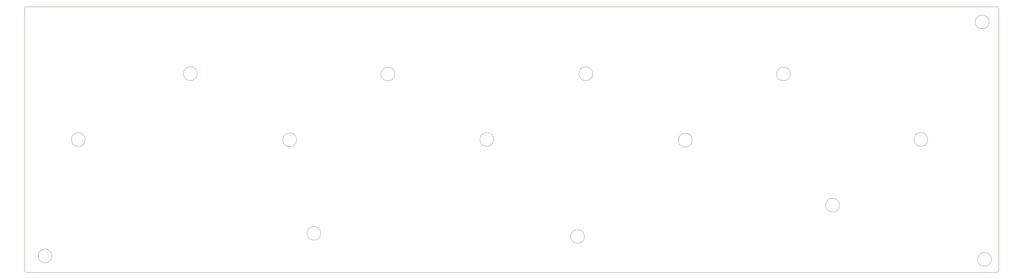
<source format=gbr>
%TF.GenerationSoftware,KiCad,Pcbnew,8.0.4*%
%TF.CreationDate,2024-10-16T20:42:44+03:00*%
%TF.ProjectId,4040,34303430-2e6b-4696-9361-645f70636258,rev?*%
%TF.SameCoordinates,Original*%
%TF.FileFunction,Profile,NP*%
%FSLAX46Y46*%
G04 Gerber Fmt 4.6, Leading zero omitted, Abs format (unit mm)*
G04 Created by KiCad (PCBNEW 8.0.4) date 2024-10-16 20:42:44*
%MOMM*%
%LPD*%
G01*
G04 APERTURE LIST*
%TA.AperFunction,Profile*%
%ADD10C,0.050000*%
%TD*%
G04 APERTURE END LIST*
D10*
X338818787Y-71696013D02*
X58361013Y-71696013D01*
X57726013Y-148056600D02*
X57726013Y-72331013D01*
X336695800Y-76142600D02*
G75*
G02*
X332695800Y-76142600I-2000000J0D01*
G01*
X332695800Y-76142600D02*
G75*
G02*
X336695800Y-76142600I2000000J0D01*
G01*
X75279000Y-110229400D02*
G75*
G02*
X71279000Y-110229400I-2000000J0D01*
G01*
X71279000Y-110229400D02*
G75*
G02*
X75279000Y-110229400I2000000J0D01*
G01*
X107696000Y-91135200D02*
G75*
G02*
X103696000Y-91135200I-2000000J0D01*
G01*
X103696000Y-91135200D02*
G75*
G02*
X107696000Y-91135200I2000000J0D01*
G01*
X58361013Y-148691600D02*
X338818787Y-148691600D01*
X57726013Y-72331013D02*
G75*
G02*
X58361013Y-71696013I634987J13D01*
G01*
X250818400Y-110413800D02*
G75*
G02*
X246818400Y-110413800I-2000000J0D01*
G01*
X246818400Y-110413800D02*
G75*
G02*
X250818400Y-110413800I2000000J0D01*
G01*
X65703200Y-143960600D02*
G75*
G02*
X61703200Y-143960600I-2000000J0D01*
G01*
X61703200Y-143960600D02*
G75*
G02*
X65703200Y-143960600I2000000J0D01*
G01*
X143401800Y-137382000D02*
G75*
G02*
X139401800Y-137382000I-2000000J0D01*
G01*
X139401800Y-137382000D02*
G75*
G02*
X143401800Y-137382000I2000000J0D01*
G01*
X58361013Y-148691600D02*
G75*
G02*
X57726000Y-148056600I-13J635000D01*
G01*
X222065600Y-91160600D02*
G75*
G02*
X218065600Y-91160600I-2000000J0D01*
G01*
X218065600Y-91160600D02*
G75*
G02*
X222065600Y-91160600I2000000J0D01*
G01*
X337381600Y-144951200D02*
G75*
G02*
X333381600Y-144951200I-2000000J0D01*
G01*
X333381600Y-144951200D02*
G75*
G02*
X337381600Y-144951200I2000000J0D01*
G01*
X279215600Y-91211400D02*
G75*
G02*
X275215600Y-91211400I-2000000J0D01*
G01*
X275215600Y-91211400D02*
G75*
G02*
X279215600Y-91211400I2000000J0D01*
G01*
X318966600Y-110229400D02*
G75*
G02*
X314966600Y-110229400I-2000000J0D01*
G01*
X314966600Y-110229400D02*
G75*
G02*
X318966600Y-110229400I2000000J0D01*
G01*
X339453787Y-72331013D02*
X339453787Y-148056600D01*
X164814000Y-91211400D02*
G75*
G02*
X160814000Y-91211400I-2000000J0D01*
G01*
X160814000Y-91211400D02*
G75*
G02*
X164814000Y-91211400I2000000J0D01*
G01*
X193439800Y-110210600D02*
G75*
G02*
X189439800Y-110210600I-2000000J0D01*
G01*
X189439800Y-110210600D02*
G75*
G02*
X193439800Y-110210600I2000000J0D01*
G01*
X136416800Y-110312200D02*
G75*
G02*
X132416800Y-110312200I-2000000J0D01*
G01*
X132416800Y-110312200D02*
G75*
G02*
X136416800Y-110312200I2000000J0D01*
G01*
X338818787Y-71696013D02*
G75*
G02*
X339453787Y-72331013I13J-634987D01*
G01*
X219659200Y-138303000D02*
G75*
G02*
X215659200Y-138303000I-2000000J0D01*
G01*
X215659200Y-138303000D02*
G75*
G02*
X219659200Y-138303000I2000000J0D01*
G01*
X293414200Y-129228600D02*
G75*
G02*
X289414200Y-129228600I-2000000J0D01*
G01*
X289414200Y-129228600D02*
G75*
G02*
X293414200Y-129228600I2000000J0D01*
G01*
X339453787Y-148056600D02*
G75*
G02*
X338818787Y-148691587I-634987J0D01*
G01*
M02*

</source>
